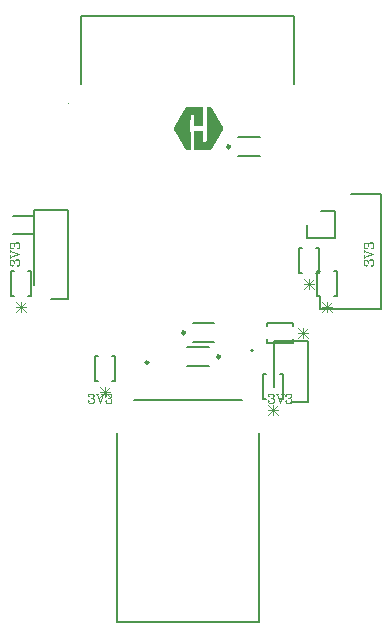
<source format=gbr>
%TF.GenerationSoftware,Altium Limited,Altium Designer,25.8.1 (18)*%
G04 Layer_Color=65535*
%FSLAX45Y45*%
%MOMM*%
%TF.SameCoordinates,DBAD572D-54B9-4E5B-BD18-095DBB1A99D2*%
%TF.FilePolarity,Positive*%
%TF.FileFunction,Legend,Top*%
%TF.Part,Single*%
G01*
G75*
%TA.AperFunction,NonConductor*%
%ADD53C,0.10000*%
%ADD54C,0.25000*%
%ADD55C,0.20000*%
%ADD56C,0.15240*%
%ADD57C,0.07620*%
G36*
X117348Y1250442D02*
Y1248918D01*
Y1247394D01*
Y1245870D01*
Y1244346D01*
Y1242822D01*
Y1241298D01*
Y1239774D01*
Y1238250D01*
Y1236726D01*
Y1235202D01*
Y1233678D01*
Y1232154D01*
Y1230630D01*
Y1229106D01*
Y1227582D01*
Y1226058D01*
Y1224534D01*
Y1223010D01*
Y1221486D01*
Y1219962D01*
Y1218438D01*
Y1216914D01*
Y1215390D01*
Y1213866D01*
Y1212342D01*
Y1210818D01*
Y1209294D01*
Y1207770D01*
Y1206246D01*
Y1204722D01*
Y1203198D01*
Y1201674D01*
Y1200150D01*
Y1198626D01*
Y1197102D01*
Y1195578D01*
Y1194054D01*
Y1192530D01*
Y1191006D01*
Y1189482D01*
Y1187958D01*
Y1186434D01*
Y1184910D01*
Y1183386D01*
Y1181862D01*
Y1180338D01*
Y1178814D01*
Y1177290D01*
Y1175766D01*
Y1174242D01*
Y1172718D01*
Y1171194D01*
Y1169670D01*
Y1168146D01*
Y1166622D01*
Y1165098D01*
Y1163574D01*
Y1162050D01*
Y1160526D01*
Y1159002D01*
Y1157478D01*
Y1155954D01*
Y1154430D01*
Y1152906D01*
Y1151382D01*
Y1149858D01*
Y1148334D01*
Y1146810D01*
Y1145286D01*
Y1143762D01*
Y1142238D01*
Y1140714D01*
Y1139190D01*
Y1137666D01*
Y1136142D01*
Y1134618D01*
Y1133094D01*
Y1131570D01*
Y1130046D01*
Y1128522D01*
Y1126998D01*
Y1125474D01*
Y1123950D01*
Y1122426D01*
Y1120902D01*
Y1119378D01*
Y1117854D01*
Y1116330D01*
Y1114806D01*
Y1113282D01*
Y1111758D01*
Y1110234D01*
Y1108710D01*
Y1107186D01*
Y1105662D01*
Y1104138D01*
Y1102614D01*
Y1101090D01*
Y1099566D01*
Y1098042D01*
Y1096518D01*
Y1094994D01*
Y1093470D01*
Y1091946D01*
Y1090422D01*
Y1088898D01*
Y1087374D01*
Y1085850D01*
X47244D01*
Y1087374D01*
X45720D01*
Y1088898D01*
Y1090422D01*
Y1091946D01*
Y1093470D01*
Y1094994D01*
Y1096518D01*
Y1098042D01*
Y1099566D01*
Y1101090D01*
Y1102614D01*
Y1104138D01*
Y1105662D01*
Y1107186D01*
Y1108710D01*
Y1110234D01*
Y1111758D01*
Y1113282D01*
Y1114806D01*
Y1116330D01*
Y1117854D01*
Y1119378D01*
Y1120902D01*
Y1122426D01*
Y1123950D01*
Y1125474D01*
Y1126998D01*
Y1128522D01*
Y1130046D01*
Y1131570D01*
Y1133094D01*
Y1134618D01*
Y1136142D01*
Y1137666D01*
Y1139190D01*
Y1140714D01*
Y1142238D01*
Y1143762D01*
Y1145286D01*
Y1146810D01*
Y1148334D01*
Y1149858D01*
Y1151382D01*
Y1152906D01*
Y1154430D01*
Y1155954D01*
Y1157478D01*
Y1159002D01*
Y1160526D01*
Y1162050D01*
Y1163574D01*
Y1165098D01*
Y1166622D01*
Y1168146D01*
Y1169670D01*
Y1171194D01*
Y1172718D01*
Y1174242D01*
X44196D01*
Y1175766D01*
Y1177290D01*
X42672D01*
Y1178814D01*
X41148D01*
Y1180338D01*
X39624D01*
Y1181862D01*
X36576D01*
Y1183386D01*
X30480D01*
Y1184910D01*
X28956D01*
Y1183386D01*
X22860D01*
Y1181862D01*
X19812D01*
Y1180338D01*
X18288D01*
Y1178814D01*
X16764D01*
Y1177290D01*
X15240D01*
Y1175766D01*
Y1174242D01*
X13716D01*
Y1172718D01*
Y1171194D01*
Y1169670D01*
Y1168146D01*
Y1166622D01*
Y1165098D01*
Y1163574D01*
Y1162050D01*
Y1160526D01*
Y1159002D01*
Y1157478D01*
Y1155954D01*
Y1154430D01*
Y1152906D01*
Y1151382D01*
Y1149858D01*
Y1148334D01*
Y1146810D01*
Y1145286D01*
Y1143762D01*
Y1142238D01*
Y1140714D01*
Y1139190D01*
Y1137666D01*
Y1136142D01*
X12192D01*
Y1134618D01*
Y1133094D01*
Y1131570D01*
Y1130046D01*
Y1128522D01*
Y1126998D01*
Y1125474D01*
Y1123950D01*
Y1122426D01*
Y1120902D01*
Y1119378D01*
Y1117854D01*
Y1116330D01*
Y1114806D01*
Y1113282D01*
Y1111758D01*
Y1110234D01*
Y1108710D01*
Y1107186D01*
Y1105662D01*
Y1104138D01*
Y1102614D01*
Y1101090D01*
Y1099566D01*
Y1098042D01*
Y1096518D01*
Y1094994D01*
Y1093470D01*
Y1091946D01*
Y1090422D01*
Y1088898D01*
Y1087374D01*
Y1085850D01*
Y1084326D01*
Y1082802D01*
Y1081278D01*
Y1079754D01*
Y1078230D01*
Y1076706D01*
Y1075182D01*
Y1073658D01*
Y1072134D01*
Y1070610D01*
Y1069086D01*
Y1067562D01*
Y1066038D01*
Y1064514D01*
Y1062990D01*
Y1061466D01*
Y1059942D01*
Y1058418D01*
Y1056894D01*
Y1055370D01*
Y1053846D01*
Y1052322D01*
Y1050798D01*
Y1049274D01*
Y1047750D01*
Y1046226D01*
Y1044702D01*
Y1043178D01*
Y1041654D01*
X13716D01*
Y1040130D01*
Y1038606D01*
Y1037082D01*
Y1035558D01*
Y1034034D01*
Y1032510D01*
Y1030986D01*
Y1029462D01*
Y1027938D01*
Y1026414D01*
Y1024890D01*
Y1023366D01*
Y1021842D01*
Y1020318D01*
Y1018794D01*
Y1017270D01*
Y1015746D01*
Y1014222D01*
Y1012698D01*
Y1011174D01*
Y1009650D01*
Y1008126D01*
Y1006602D01*
Y1005078D01*
Y1003554D01*
Y1002030D01*
Y1000506D01*
Y998982D01*
Y997458D01*
Y995934D01*
Y994410D01*
Y992886D01*
Y991362D01*
Y989838D01*
Y988314D01*
Y986790D01*
Y985266D01*
Y983742D01*
Y982218D01*
Y980694D01*
Y979170D01*
Y977646D01*
Y976122D01*
Y974598D01*
Y973074D01*
Y971550D01*
Y970026D01*
Y968502D01*
Y966978D01*
Y965454D01*
Y963930D01*
Y962406D01*
Y960882D01*
Y959358D01*
Y957834D01*
Y956310D01*
Y954786D01*
Y953262D01*
Y951738D01*
Y950214D01*
Y948690D01*
Y947166D01*
Y945642D01*
Y944118D01*
Y942594D01*
Y941070D01*
Y939546D01*
Y938022D01*
Y936498D01*
Y934974D01*
Y933450D01*
Y931926D01*
Y930402D01*
Y928878D01*
Y927354D01*
Y925830D01*
Y924306D01*
Y922782D01*
Y921258D01*
Y919734D01*
Y918210D01*
Y916686D01*
Y915162D01*
Y913638D01*
Y912114D01*
Y910590D01*
Y909066D01*
Y907542D01*
Y906018D01*
Y904494D01*
Y902970D01*
Y901446D01*
Y899922D01*
Y898398D01*
Y896874D01*
Y895350D01*
Y893826D01*
Y892302D01*
Y890778D01*
Y889254D01*
Y887730D01*
Y886206D01*
Y884682D01*
X12192D01*
Y883158D01*
X-13716D01*
Y884682D01*
X-19812D01*
Y886206D01*
X-22860D01*
Y887730D01*
X-24384D01*
Y889254D01*
X-25908D01*
Y890778D01*
X-28956D01*
Y892302D01*
Y893826D01*
X-30480D01*
Y895350D01*
X-32004D01*
Y896874D01*
Y898398D01*
X-33528D01*
Y899922D01*
X-35052D01*
Y901446D01*
Y902970D01*
X-36576D01*
Y904494D01*
Y906018D01*
X-38100D01*
Y907542D01*
Y909066D01*
X-39624D01*
Y910590D01*
X-41148D01*
Y912114D01*
Y913638D01*
X-42672D01*
Y915162D01*
Y916686D01*
X-44196D01*
Y918210D01*
X-45720D01*
Y919734D01*
Y921258D01*
X-47244D01*
Y922782D01*
Y924306D01*
X-48768D01*
Y925830D01*
Y927354D01*
X-50292D01*
Y928878D01*
X-51816D01*
Y930402D01*
Y931926D01*
X-53340D01*
Y933450D01*
Y934974D01*
X-54864D01*
Y936498D01*
Y938022D01*
X-56388D01*
Y939546D01*
X-57912D01*
Y941070D01*
Y942594D01*
X-59436D01*
Y944118D01*
Y945642D01*
X-60960D01*
Y947166D01*
Y948690D01*
X-62484D01*
Y950214D01*
X-64008D01*
Y951738D01*
Y953262D01*
X-65532D01*
Y954786D01*
Y956310D01*
X-67056D01*
Y957834D01*
X-68580D01*
Y959358D01*
Y960882D01*
X-70104D01*
Y962406D01*
Y963930D01*
X-71628D01*
Y965454D01*
Y966978D01*
X-73152D01*
Y968502D01*
X-74676D01*
Y970026D01*
Y971550D01*
X-76200D01*
Y973074D01*
Y974598D01*
X-77724D01*
Y976122D01*
Y977646D01*
X-79248D01*
Y979170D01*
X-80772D01*
Y980694D01*
Y982218D01*
X-82296D01*
Y983742D01*
Y985266D01*
X-83820D01*
Y986790D01*
Y988314D01*
X-85344D01*
Y989838D01*
X-86868D01*
Y991362D01*
Y992886D01*
X-88392D01*
Y994410D01*
Y995934D01*
X-89916D01*
Y997458D01*
Y998982D01*
X-91440D01*
Y1000506D01*
X-92964D01*
Y1002030D01*
Y1003554D01*
X-94488D01*
Y1005078D01*
Y1006602D01*
X-96012D01*
Y1008126D01*
Y1009650D01*
X-97536D01*
Y1011174D01*
X-99060D01*
Y1012698D01*
Y1014222D01*
X-100584D01*
Y1015746D01*
Y1017270D01*
X-102108D01*
Y1018794D01*
X-103632D01*
Y1020318D01*
Y1021842D01*
X-105156D01*
Y1023366D01*
Y1024890D01*
X-106680D01*
Y1026414D01*
Y1027938D01*
X-108204D01*
Y1029462D01*
X-109728D01*
Y1030986D01*
Y1032510D01*
X-111252D01*
Y1034034D01*
Y1035558D01*
X-112776D01*
Y1037082D01*
Y1038606D01*
X-114300D01*
Y1040130D01*
X-115824D01*
Y1041654D01*
Y1043178D01*
X-117348D01*
Y1044702D01*
Y1046226D01*
X-118872D01*
Y1047750D01*
Y1049274D01*
X-120396D01*
Y1050798D01*
X-121920D01*
Y1052322D01*
Y1053846D01*
X-123444D01*
Y1055370D01*
Y1056894D01*
X-124968D01*
Y1058418D01*
Y1059942D01*
X-126492D01*
Y1061466D01*
Y1062990D01*
Y1064514D01*
Y1066038D01*
Y1067562D01*
Y1069086D01*
Y1070610D01*
Y1072134D01*
Y1073658D01*
Y1075182D01*
X-124968D01*
Y1076706D01*
Y1078230D01*
Y1079754D01*
X-123444D01*
Y1081278D01*
Y1082802D01*
X-121920D01*
Y1084326D01*
X-120396D01*
Y1085850D01*
Y1087374D01*
X-118872D01*
Y1088898D01*
Y1090422D01*
X-117348D01*
Y1091946D01*
Y1093470D01*
X-115824D01*
Y1094994D01*
X-114300D01*
Y1096518D01*
Y1098042D01*
X-112776D01*
Y1099566D01*
Y1101090D01*
X-111252D01*
Y1102614D01*
X-109728D01*
Y1104138D01*
Y1105662D01*
X-108204D01*
Y1107186D01*
Y1108710D01*
X-106680D01*
Y1110234D01*
Y1111758D01*
X-105156D01*
Y1113282D01*
X-103632D01*
Y1114806D01*
Y1116330D01*
X-102108D01*
Y1117854D01*
Y1119378D01*
X-100584D01*
Y1120902D01*
Y1122426D01*
X-99060D01*
Y1123950D01*
X-97536D01*
Y1125474D01*
Y1126998D01*
X-96012D01*
Y1128522D01*
X-94488D01*
Y1130046D01*
Y1131570D01*
X-92964D01*
Y1133094D01*
Y1134618D01*
X-91440D01*
Y1136142D01*
Y1137666D01*
X-89916D01*
Y1139190D01*
X-88392D01*
Y1140714D01*
Y1142238D01*
X-86868D01*
Y1143762D01*
Y1145286D01*
X-85344D01*
Y1146810D01*
Y1148334D01*
X-83820D01*
Y1149858D01*
X-82296D01*
Y1151382D01*
Y1152906D01*
X-80772D01*
Y1154430D01*
Y1155954D01*
X-79248D01*
Y1157478D01*
Y1159002D01*
X-77724D01*
Y1160526D01*
X-76200D01*
Y1162050D01*
Y1163574D01*
X-74676D01*
Y1165098D01*
Y1166622D01*
X-73152D01*
Y1168146D01*
X-71628D01*
Y1169670D01*
Y1171194D01*
X-70104D01*
Y1172718D01*
Y1174242D01*
X-68580D01*
Y1175766D01*
Y1177290D01*
X-67056D01*
Y1178814D01*
X-65532D01*
Y1180338D01*
Y1181862D01*
X-64008D01*
Y1183386D01*
Y1184910D01*
X-62484D01*
Y1186434D01*
Y1187958D01*
X-60960D01*
Y1189482D01*
X-59436D01*
Y1191006D01*
Y1192530D01*
X-57912D01*
Y1194054D01*
Y1195578D01*
X-56388D01*
Y1197102D01*
Y1198626D01*
X-54864D01*
Y1200150D01*
X-53340D01*
Y1201674D01*
Y1203198D01*
X-51816D01*
Y1204722D01*
Y1206246D01*
X-50292D01*
Y1207770D01*
X-48768D01*
Y1209294D01*
Y1210818D01*
X-47244D01*
Y1212342D01*
Y1213866D01*
X-45720D01*
Y1215390D01*
Y1216914D01*
X-44196D01*
Y1218438D01*
X-42672D01*
Y1219962D01*
Y1221486D01*
X-41148D01*
Y1223010D01*
Y1224534D01*
X-39624D01*
Y1226058D01*
Y1227582D01*
X-38100D01*
Y1229106D01*
X-36576D01*
Y1230630D01*
Y1232154D01*
X-35052D01*
Y1233678D01*
Y1235202D01*
X-33528D01*
Y1236726D01*
Y1238250D01*
X-32004D01*
Y1239774D01*
X-30480D01*
Y1241298D01*
Y1242822D01*
X-28956D01*
Y1244346D01*
X-27432D01*
Y1245870D01*
X-25908D01*
Y1247394D01*
X-22860D01*
Y1248918D01*
X-19812D01*
Y1250442D01*
X-16764D01*
Y1251966D01*
X117348D01*
Y1250442D01*
D02*
G37*
G36*
X179832D02*
X184404D01*
Y1248918D01*
X187452D01*
Y1247394D01*
X188976D01*
Y1245870D01*
X190500D01*
Y1244346D01*
X192024D01*
Y1242822D01*
X193548D01*
Y1241298D01*
X195072D01*
Y1239774D01*
X196596D01*
Y1238250D01*
Y1236726D01*
X198120D01*
Y1235202D01*
Y1233678D01*
X199644D01*
Y1232154D01*
Y1230630D01*
X201168D01*
Y1229106D01*
X202692D01*
Y1227582D01*
Y1226058D01*
X204216D01*
Y1224534D01*
Y1223010D01*
X205740D01*
Y1221486D01*
X207264D01*
Y1219962D01*
Y1218438D01*
X208788D01*
Y1216914D01*
Y1215390D01*
X210312D01*
Y1213866D01*
Y1212342D01*
X211836D01*
Y1210818D01*
X213360D01*
Y1209294D01*
Y1207770D01*
X214884D01*
Y1206246D01*
Y1204722D01*
X216408D01*
Y1203198D01*
Y1201674D01*
X217932D01*
Y1200150D01*
X219456D01*
Y1198626D01*
Y1197102D01*
X220980D01*
Y1195578D01*
Y1194054D01*
X222504D01*
Y1192530D01*
Y1191006D01*
X224028D01*
Y1189482D01*
X225552D01*
Y1187958D01*
Y1186434D01*
X227076D01*
Y1184910D01*
Y1183386D01*
X228600D01*
Y1181862D01*
X230124D01*
Y1180338D01*
Y1178814D01*
X231648D01*
Y1177290D01*
Y1175766D01*
X233172D01*
Y1174242D01*
Y1172718D01*
X234696D01*
Y1171194D01*
X236220D01*
Y1169670D01*
Y1168146D01*
X237744D01*
Y1166622D01*
Y1165098D01*
X239268D01*
Y1163574D01*
Y1162050D01*
X240792D01*
Y1160526D01*
X242316D01*
Y1159002D01*
Y1157478D01*
X243840D01*
Y1155954D01*
Y1154430D01*
X245364D01*
Y1152906D01*
Y1151382D01*
X246888D01*
Y1149858D01*
X248412D01*
Y1148334D01*
Y1146810D01*
X249936D01*
Y1145286D01*
Y1143762D01*
X251460D01*
Y1142238D01*
X252984D01*
Y1140714D01*
Y1139190D01*
X254508D01*
Y1137666D01*
Y1136142D01*
X256032D01*
Y1134618D01*
Y1133094D01*
X257556D01*
Y1131570D01*
X259080D01*
Y1130046D01*
Y1128522D01*
X260604D01*
Y1126998D01*
Y1125474D01*
X262128D01*
Y1123950D01*
Y1122426D01*
X263652D01*
Y1120902D01*
X265176D01*
Y1119378D01*
Y1117854D01*
X266700D01*
Y1116330D01*
Y1114806D01*
X268224D01*
Y1113282D01*
Y1111758D01*
X269748D01*
Y1110234D01*
X271272D01*
Y1108710D01*
Y1107186D01*
X272796D01*
Y1105662D01*
Y1104138D01*
X274320D01*
Y1102614D01*
X275844D01*
Y1101090D01*
Y1099566D01*
X277368D01*
Y1098042D01*
Y1096518D01*
X278892D01*
Y1094994D01*
Y1093470D01*
X280416D01*
Y1091946D01*
X281940D01*
Y1090422D01*
Y1088898D01*
X283464D01*
Y1087374D01*
Y1085850D01*
X284988D01*
Y1084326D01*
Y1082802D01*
X286512D01*
Y1081278D01*
X288036D01*
Y1079754D01*
Y1078230D01*
X289560D01*
Y1076706D01*
Y1075182D01*
Y1073658D01*
Y1072134D01*
X291084D01*
Y1070610D01*
Y1069086D01*
Y1067562D01*
Y1066038D01*
Y1064514D01*
X289560D01*
Y1062990D01*
Y1061466D01*
Y1059942D01*
Y1058418D01*
X288036D01*
Y1056894D01*
Y1055370D01*
X286512D01*
Y1053846D01*
Y1052322D01*
X284988D01*
Y1050798D01*
Y1049274D01*
X283464D01*
Y1047750D01*
X281940D01*
Y1046226D01*
Y1044702D01*
X280416D01*
Y1043178D01*
Y1041654D01*
X278892D01*
Y1040130D01*
X277368D01*
Y1038606D01*
Y1037082D01*
X275844D01*
Y1035558D01*
Y1034034D01*
X274320D01*
Y1032510D01*
Y1030986D01*
X272796D01*
Y1029462D01*
X271272D01*
Y1027938D01*
Y1026414D01*
X269748D01*
Y1024890D01*
Y1023366D01*
X268224D01*
Y1021842D01*
Y1020318D01*
X266700D01*
Y1018794D01*
X265176D01*
Y1017270D01*
Y1015746D01*
X263652D01*
Y1014222D01*
Y1012698D01*
X262128D01*
Y1011174D01*
X260604D01*
Y1009650D01*
Y1008126D01*
X259080D01*
Y1006602D01*
Y1005078D01*
X257556D01*
Y1003554D01*
Y1002030D01*
X256032D01*
Y1000506D01*
X254508D01*
Y998982D01*
Y997458D01*
X252984D01*
Y995934D01*
Y994410D01*
X251460D01*
Y992886D01*
Y991362D01*
X249936D01*
Y989838D01*
X248412D01*
Y988314D01*
Y986790D01*
X246888D01*
Y985266D01*
Y983742D01*
X245364D01*
Y982218D01*
X243840D01*
Y980694D01*
Y979170D01*
X242316D01*
Y977646D01*
Y976122D01*
X240792D01*
Y974598D01*
Y973074D01*
X239268D01*
Y971550D01*
X237744D01*
Y970026D01*
Y968502D01*
X236220D01*
Y966978D01*
Y965454D01*
X234696D01*
Y963930D01*
Y962406D01*
X233172D01*
Y960882D01*
Y959358D01*
X231648D01*
Y957834D01*
Y956310D01*
X230124D01*
Y954786D01*
X228600D01*
Y953262D01*
Y951738D01*
X227076D01*
Y950214D01*
Y948690D01*
X225552D01*
Y947166D01*
X224028D01*
Y945642D01*
Y944118D01*
X222504D01*
Y942594D01*
Y941070D01*
X220980D01*
Y939546D01*
Y938022D01*
X219456D01*
Y936498D01*
X217932D01*
Y934974D01*
Y933450D01*
X216408D01*
Y931926D01*
Y930402D01*
X214884D01*
Y928878D01*
Y927354D01*
X213360D01*
Y925830D01*
X211836D01*
Y924306D01*
Y922782D01*
X210312D01*
Y921258D01*
Y919734D01*
X208788D01*
Y918210D01*
Y916686D01*
X207264D01*
Y915162D01*
X205740D01*
Y913638D01*
Y912114D01*
X204216D01*
Y910590D01*
Y909066D01*
X202692D01*
Y907542D01*
Y906018D01*
X201168D01*
Y904494D01*
X199644D01*
Y902970D01*
Y901446D01*
X198120D01*
Y899922D01*
Y898398D01*
X196596D01*
Y896874D01*
X195072D01*
Y895350D01*
Y893826D01*
X193548D01*
Y892302D01*
X192024D01*
Y890778D01*
X190500D01*
Y889254D01*
X188976D01*
Y887730D01*
X185928D01*
Y886206D01*
X182880D01*
Y884682D01*
X178308D01*
Y883158D01*
X47244D01*
Y884682D01*
X45720D01*
Y886206D01*
Y887730D01*
Y889254D01*
Y890778D01*
Y892302D01*
Y893826D01*
Y895350D01*
Y896874D01*
Y898398D01*
Y899922D01*
Y901446D01*
Y902970D01*
Y904494D01*
Y906018D01*
Y907542D01*
Y909066D01*
Y910590D01*
Y912114D01*
Y913638D01*
Y915162D01*
Y916686D01*
Y918210D01*
Y919734D01*
Y921258D01*
Y922782D01*
Y924306D01*
Y925830D01*
Y927354D01*
Y928878D01*
Y930402D01*
Y931926D01*
Y933450D01*
Y934974D01*
Y936498D01*
Y938022D01*
Y939546D01*
Y941070D01*
Y942594D01*
Y944118D01*
Y945642D01*
Y947166D01*
Y948690D01*
Y950214D01*
Y951738D01*
Y953262D01*
Y954786D01*
Y956310D01*
Y957834D01*
Y959358D01*
Y960882D01*
Y962406D01*
Y963930D01*
Y965454D01*
Y966978D01*
Y968502D01*
Y970026D01*
Y971550D01*
Y973074D01*
Y974598D01*
Y976122D01*
Y977646D01*
Y979170D01*
Y980694D01*
Y982218D01*
Y983742D01*
Y985266D01*
Y986790D01*
Y988314D01*
Y989838D01*
Y991362D01*
Y992886D01*
Y994410D01*
Y995934D01*
Y997458D01*
Y998982D01*
Y1000506D01*
Y1002030D01*
Y1003554D01*
Y1005078D01*
Y1006602D01*
Y1008126D01*
Y1009650D01*
Y1011174D01*
Y1012698D01*
Y1014222D01*
Y1015746D01*
Y1017270D01*
Y1018794D01*
Y1020318D01*
Y1021842D01*
Y1023366D01*
Y1024890D01*
Y1026414D01*
Y1027938D01*
Y1029462D01*
Y1030986D01*
Y1032510D01*
Y1034034D01*
Y1035558D01*
Y1037082D01*
Y1038606D01*
Y1040130D01*
Y1041654D01*
Y1043178D01*
Y1044702D01*
Y1046226D01*
Y1047750D01*
Y1049274D01*
X47244D01*
Y1050798D01*
X117348D01*
Y1049274D01*
Y1047750D01*
Y1046226D01*
Y1044702D01*
Y1043178D01*
Y1041654D01*
Y1040130D01*
Y1038606D01*
Y1037082D01*
Y1035558D01*
Y1034034D01*
Y1032510D01*
Y1030986D01*
Y1029462D01*
Y1027938D01*
Y1026414D01*
Y1024890D01*
Y1023366D01*
Y1021842D01*
Y1020318D01*
Y1018794D01*
Y1017270D01*
Y1015746D01*
Y1014222D01*
Y1012698D01*
Y1011174D01*
Y1009650D01*
Y1008126D01*
Y1006602D01*
Y1005078D01*
Y1003554D01*
Y1002030D01*
Y1000506D01*
Y998982D01*
Y997458D01*
Y995934D01*
Y994410D01*
Y992886D01*
Y991362D01*
Y989838D01*
X118872D01*
Y988314D01*
Y986790D01*
Y985266D01*
Y983742D01*
Y982218D01*
Y980694D01*
Y979170D01*
Y977646D01*
Y976122D01*
Y974598D01*
Y973074D01*
Y971550D01*
Y970026D01*
Y968502D01*
Y966978D01*
Y965454D01*
Y963930D01*
Y962406D01*
Y960882D01*
X120396D01*
Y959358D01*
X121920D01*
Y957834D01*
Y956310D01*
X124968D01*
Y954786D01*
X126492D01*
Y953262D01*
X131064D01*
Y951738D01*
X138684D01*
Y953262D01*
X141732D01*
Y954786D01*
X144780D01*
Y956310D01*
X146304D01*
Y957834D01*
X147828D01*
Y959358D01*
X149352D01*
Y960882D01*
Y962406D01*
Y963930D01*
X150876D01*
Y965454D01*
Y966978D01*
Y968502D01*
Y970026D01*
Y971550D01*
Y973074D01*
Y974598D01*
Y976122D01*
Y977646D01*
Y979170D01*
Y980694D01*
Y982218D01*
Y983742D01*
Y985266D01*
Y986790D01*
Y988314D01*
Y989838D01*
Y991362D01*
Y992886D01*
Y994410D01*
Y995934D01*
Y997458D01*
Y998982D01*
Y1000506D01*
Y1002030D01*
Y1003554D01*
Y1005078D01*
Y1006602D01*
Y1008126D01*
Y1009650D01*
Y1011174D01*
Y1012698D01*
Y1014222D01*
Y1015746D01*
Y1017270D01*
Y1018794D01*
Y1020318D01*
Y1021842D01*
Y1023366D01*
Y1024890D01*
Y1026414D01*
Y1027938D01*
Y1029462D01*
Y1030986D01*
Y1032510D01*
Y1034034D01*
Y1035558D01*
Y1037082D01*
Y1038606D01*
Y1040130D01*
Y1041654D01*
Y1043178D01*
Y1044702D01*
Y1046226D01*
Y1047750D01*
Y1049274D01*
Y1050798D01*
Y1052322D01*
Y1053846D01*
Y1055370D01*
Y1056894D01*
Y1058418D01*
Y1059942D01*
Y1061466D01*
Y1062990D01*
Y1064514D01*
Y1066038D01*
Y1067562D01*
Y1069086D01*
Y1070610D01*
Y1072134D01*
Y1073658D01*
Y1075182D01*
Y1076706D01*
Y1078230D01*
Y1079754D01*
Y1081278D01*
Y1082802D01*
Y1084326D01*
Y1085850D01*
Y1087374D01*
Y1088898D01*
Y1090422D01*
Y1091946D01*
Y1093470D01*
Y1094994D01*
Y1096518D01*
Y1098042D01*
Y1099566D01*
Y1101090D01*
Y1102614D01*
Y1104138D01*
Y1105662D01*
Y1107186D01*
Y1108710D01*
Y1110234D01*
Y1111758D01*
Y1113282D01*
Y1114806D01*
Y1116330D01*
Y1117854D01*
Y1119378D01*
Y1120902D01*
Y1122426D01*
Y1123950D01*
Y1125474D01*
Y1126998D01*
Y1128522D01*
Y1130046D01*
Y1131570D01*
Y1133094D01*
Y1134618D01*
Y1136142D01*
Y1137666D01*
Y1139190D01*
Y1140714D01*
Y1142238D01*
Y1143762D01*
Y1145286D01*
Y1146810D01*
Y1148334D01*
Y1149858D01*
Y1151382D01*
Y1152906D01*
Y1154430D01*
Y1155954D01*
Y1157478D01*
Y1159002D01*
Y1160526D01*
Y1162050D01*
Y1163574D01*
Y1165098D01*
Y1166622D01*
Y1168146D01*
Y1169670D01*
Y1171194D01*
Y1172718D01*
Y1174242D01*
Y1175766D01*
Y1177290D01*
Y1178814D01*
Y1180338D01*
Y1181862D01*
Y1183386D01*
Y1184910D01*
Y1186434D01*
Y1187958D01*
Y1189482D01*
Y1191006D01*
Y1192530D01*
Y1194054D01*
Y1195578D01*
Y1197102D01*
Y1198626D01*
Y1200150D01*
Y1201674D01*
Y1203198D01*
Y1204722D01*
Y1206246D01*
Y1207770D01*
Y1209294D01*
Y1210818D01*
Y1212342D01*
Y1213866D01*
Y1215390D01*
Y1216914D01*
Y1218438D01*
Y1219962D01*
Y1221486D01*
Y1223010D01*
Y1224534D01*
Y1226058D01*
Y1227582D01*
Y1229106D01*
Y1230630D01*
Y1232154D01*
Y1233678D01*
Y1235202D01*
Y1236726D01*
Y1238250D01*
Y1239774D01*
Y1241298D01*
Y1242822D01*
Y1244346D01*
Y1245870D01*
Y1247394D01*
Y1248918D01*
Y1250442D01*
Y1251966D01*
X179832D01*
Y1250442D01*
D02*
G37*
D53*
X-1011400Y1284000D02*
G03*
X-1021400Y1284000I-5000J0D01*
G01*
D02*
G03*
X-1011400Y1284000I5000J0D01*
G01*
D54*
X-343100Y-911800D02*
G03*
X-343100Y-911800I-12500J0D01*
G01*
X262397Y-863602D02*
G03*
X262397Y-863602I-12500J0D01*
G01*
X-34197Y-660398D02*
G03*
X-34197Y-660398I-12500J0D01*
G01*
X348000Y914400D02*
G03*
X348000Y914400I-12500J0D01*
G01*
D55*
X534696Y-822802D02*
G03*
X534696Y-802802I0J10000D01*
G01*
D02*
G03*
X534696Y-822802I0J-10000D01*
G01*
X-1485699Y331499D02*
X-1310698D01*
X-1487964Y175299D02*
X-1312968D01*
X-911399Y1443999D02*
Y2018999D01*
X888602D01*
Y1443999D02*
Y2018999D01*
X1371600Y512704D02*
X1630604D01*
Y-461797D02*
Y512704D01*
X1112601Y-461797D02*
X1630604D01*
X1112601D02*
Y-355600D01*
X721099Y-1117602D02*
Y-731598D01*
X1006102D01*
Y-1249600D02*
Y-731598D01*
X863598Y-1249600D02*
X1006102D01*
X-605599Y-3106797D02*
X594399D01*
X-463298Y-1226801D02*
X452098D01*
X594399Y-3106797D02*
Y-1512800D01*
X-605599Y-3106797D02*
Y-1512800D01*
X-12605Y-783602D02*
X167399D01*
X-12605Y-943601D02*
X167399D01*
X35797Y-740401D02*
X215802D01*
X35797Y-580402D02*
X215802D01*
X-1168402Y-375200D02*
X-1025898D01*
Y375299D01*
X-1310901D02*
X-1025898D01*
X-1310901Y-254002D02*
Y375299D01*
X996401Y137003D02*
Y254000D01*
Y137003D02*
X1238900D01*
Y371003D01*
X1117600D02*
X1238900D01*
X417996Y834399D02*
X598001D01*
X417996Y994398D02*
X598001D01*
D56*
X626108Y-1009652D02*
X655064D01*
X767332Y-1225552D02*
X796288D01*
X626108D02*
X655064D01*
X626108D02*
Y-1009652D01*
X767332D02*
X796288D01*
Y-1225552D02*
Y-1009652D01*
X930905Y57145D02*
X959861D01*
X1072129Y-158755D02*
X1101085D01*
X930905D02*
X959861D01*
X930905D02*
Y57145D01*
X1072129D02*
X1101085D01*
Y-158755D02*
Y57145D01*
X-796294Y-857253D02*
X-767338D01*
X-655070Y-1073153D02*
X-626114D01*
X-796294D02*
X-767338D01*
X-796294D02*
Y-857253D01*
X-655070D02*
X-626114D01*
Y-1073153D02*
Y-857253D01*
X-1507492Y-135892D02*
X-1478536D01*
X-1366268Y-351792D02*
X-1337312D01*
X-1507492D02*
X-1478536D01*
X-1507492D02*
Y-135892D01*
X-1366268D02*
X-1337312D01*
Y-351792D02*
Y-135892D01*
X664210Y-745490D02*
Y-716534D01*
X880110Y-604266D02*
Y-575310D01*
Y-745490D02*
Y-716534D01*
X664210Y-745490D02*
X880110D01*
X664210Y-604266D02*
Y-575310D01*
X880110D01*
X1083308Y-135892D02*
X1112264D01*
X1224532Y-351792D02*
X1253488D01*
X1083308D02*
X1112264D01*
X1083308D02*
Y-135892D01*
X1224532D02*
X1253488D01*
Y-351792D02*
Y-135892D01*
D57*
X668901Y-1357630D02*
X753540Y-1272991D01*
Y-1357630D02*
X668901Y-1272991D01*
X711221Y-1357630D02*
Y-1272991D01*
X753540Y-1315310D02*
X668901D01*
X973701Y-290830D02*
X1058340Y-206191D01*
Y-290830D02*
X973701Y-206191D01*
X1016021Y-290830D02*
Y-206191D01*
X1058340Y-248510D02*
X973701D01*
X-753499Y-1205230D02*
X-668860Y-1120591D01*
Y-1205230D02*
X-753499Y-1120591D01*
X-711179Y-1205230D02*
Y-1120591D01*
X-668860Y-1162910D02*
X-753499D01*
X-1464697Y-483868D02*
X-1380058Y-399229D01*
Y-483868D02*
X-1464697Y-399229D01*
X-1422378Y-483868D02*
Y-399229D01*
X-1380058Y-441549D02*
X-1464697D01*
X1012188Y-702696D02*
X927549Y-618057D01*
X1012188D02*
X927549Y-702696D01*
X1012188Y-660376D02*
X927549D01*
X969869Y-618057D02*
Y-702696D01*
X1126103Y-483868D02*
X1210742Y-399229D01*
Y-483868D02*
X1126103Y-399229D01*
X1168422Y-483868D02*
Y-399229D01*
X1210742Y-441549D02*
X1126103D01*
X-852110Y-1191499D02*
X-848241Y-1195368D01*
X-852110Y-1199238D01*
X-855980Y-1195368D01*
Y-1191499D01*
X-852110Y-1183759D01*
X-848241Y-1179889D01*
X-836632Y-1176020D01*
X-821153D01*
X-809544Y-1179889D01*
X-805675Y-1187629D01*
Y-1199238D01*
X-809544Y-1206977D01*
X-821153Y-1210847D01*
X-832762D01*
X-821153Y-1176020D02*
X-813414Y-1179889D01*
X-809544Y-1187629D01*
Y-1199238D01*
X-813414Y-1206977D01*
X-821153Y-1210847D01*
X-813414Y-1214716D01*
X-805675Y-1222456D01*
X-801805Y-1230195D01*
Y-1241804D01*
X-805675Y-1249543D01*
X-809544Y-1253413D01*
X-821153Y-1257282D01*
X-836632D01*
X-848241Y-1253413D01*
X-852110Y-1249543D01*
X-855980Y-1241804D01*
Y-1237934D01*
X-852110Y-1234065D01*
X-848241Y-1237934D01*
X-852110Y-1241804D01*
X-809544Y-1218586D02*
X-805675Y-1230195D01*
Y-1241804D01*
X-809544Y-1249543D01*
X-813414Y-1253413D01*
X-821153Y-1257282D01*
X-782070Y-1176020D02*
X-754982Y-1257282D01*
X-778200Y-1176020D02*
X-754982Y-1245674D01*
X-727895Y-1176020D02*
X-754982Y-1257282D01*
X-789809Y-1176020D02*
X-766591D01*
X-743373D02*
X-720155D01*
X-705838Y-1191499D02*
X-701968Y-1195368D01*
X-705838Y-1199238D01*
X-709707Y-1195368D01*
Y-1191499D01*
X-705838Y-1183759D01*
X-701968Y-1179889D01*
X-690359Y-1176020D01*
X-674881D01*
X-663271Y-1179889D01*
X-659402Y-1187629D01*
Y-1199238D01*
X-663271Y-1206977D01*
X-674881Y-1210847D01*
X-686489D01*
X-674881Y-1176020D02*
X-667141Y-1179889D01*
X-663271Y-1187629D01*
Y-1199238D01*
X-667141Y-1206977D01*
X-674881Y-1210847D01*
X-667141Y-1214716D01*
X-659402Y-1222456D01*
X-655532Y-1230195D01*
Y-1241804D01*
X-659402Y-1249543D01*
X-663271Y-1253413D01*
X-674881Y-1257282D01*
X-690359D01*
X-701968Y-1253413D01*
X-705838Y-1249543D01*
X-709707Y-1241804D01*
Y-1237934D01*
X-705838Y-1234065D01*
X-701968Y-1237934D01*
X-705838Y-1241804D01*
X-663271Y-1218586D02*
X-659402Y-1230195D01*
Y-1241804D01*
X-663271Y-1249543D01*
X-667141Y-1253413D01*
X-674881Y-1257282D01*
X671890Y-1191499D02*
X675759Y-1195368D01*
X671890Y-1199238D01*
X668020Y-1195368D01*
Y-1191499D01*
X671890Y-1183759D01*
X675759Y-1179889D01*
X687368Y-1176020D01*
X702847D01*
X714456Y-1179889D01*
X718325Y-1187629D01*
Y-1199238D01*
X714456Y-1206977D01*
X702847Y-1210847D01*
X691238D01*
X702847Y-1176020D02*
X710586Y-1179889D01*
X714456Y-1187629D01*
Y-1199238D01*
X710586Y-1206977D01*
X702847Y-1210847D01*
X710586Y-1214716D01*
X718325Y-1222456D01*
X722195Y-1230195D01*
Y-1241804D01*
X718325Y-1249543D01*
X714456Y-1253413D01*
X702847Y-1257282D01*
X687368D01*
X675759Y-1253413D01*
X671890Y-1249543D01*
X668020Y-1241804D01*
Y-1237934D01*
X671890Y-1234065D01*
X675759Y-1237934D01*
X671890Y-1241804D01*
X714456Y-1218586D02*
X718325Y-1230195D01*
Y-1241804D01*
X714456Y-1249543D01*
X710586Y-1253413D01*
X702847Y-1257282D01*
X741930Y-1176020D02*
X769018Y-1257282D01*
X745800Y-1176020D02*
X769018Y-1245674D01*
X796105Y-1176020D02*
X769018Y-1257282D01*
X734191Y-1176020D02*
X757409D01*
X780627D02*
X803845D01*
X818162Y-1191499D02*
X822032Y-1195368D01*
X818162Y-1199238D01*
X814293Y-1195368D01*
Y-1191499D01*
X818162Y-1183759D01*
X822032Y-1179889D01*
X833641Y-1176020D01*
X849119D01*
X860729Y-1179889D01*
X864598Y-1187629D01*
Y-1199238D01*
X860729Y-1206977D01*
X849119Y-1210847D01*
X837511D01*
X849119Y-1176020D02*
X856859Y-1179889D01*
X860729Y-1187629D01*
Y-1199238D01*
X856859Y-1206977D01*
X849119Y-1210847D01*
X856859Y-1214716D01*
X864598Y-1222456D01*
X868468Y-1230195D01*
Y-1241804D01*
X864598Y-1249543D01*
X860729Y-1253413D01*
X849119Y-1257282D01*
X833641D01*
X822032Y-1253413D01*
X818162Y-1249543D01*
X814293Y-1241804D01*
Y-1237934D01*
X818162Y-1234065D01*
X822032Y-1237934D01*
X818162Y-1241804D01*
X860729Y-1218586D02*
X864598Y-1230195D01*
Y-1241804D01*
X860729Y-1249543D01*
X856859Y-1253413D01*
X849119Y-1257282D01*
X-1500901Y-90110D02*
X-1497032Y-86241D01*
X-1493162Y-90110D01*
X-1497032Y-93980D01*
X-1500901D01*
X-1508641Y-90110D01*
X-1512511Y-86241D01*
X-1516380Y-74632D01*
Y-59153D01*
X-1512511Y-47544D01*
X-1504771Y-43675D01*
X-1493162D01*
X-1485423Y-47544D01*
X-1481553Y-59153D01*
Y-70762D01*
X-1516380Y-59153D02*
X-1512511Y-51414D01*
X-1504771Y-47544D01*
X-1493162D01*
X-1485423Y-51414D01*
X-1481553Y-59153D01*
X-1477684Y-51414D01*
X-1469944Y-43675D01*
X-1462205Y-39805D01*
X-1450596D01*
X-1442857Y-43675D01*
X-1438987Y-47544D01*
X-1435118Y-59153D01*
Y-74632D01*
X-1438987Y-86241D01*
X-1442857Y-90110D01*
X-1450596Y-93980D01*
X-1454466D01*
X-1458335Y-90110D01*
X-1454466Y-86241D01*
X-1450596Y-90110D01*
X-1473814Y-47544D02*
X-1462205Y-43675D01*
X-1450596D01*
X-1442857Y-47544D01*
X-1438987Y-51414D01*
X-1435118Y-59153D01*
X-1516380Y-20070D02*
X-1435118Y7018D01*
X-1516380Y-16200D02*
X-1446726Y7018D01*
X-1516380Y34105D02*
X-1435118Y7018D01*
X-1516380Y-27809D02*
Y-4591D01*
Y18627D02*
Y41845D01*
X-1500901Y56162D02*
X-1497032Y60032D01*
X-1493162Y56162D01*
X-1497032Y52293D01*
X-1500901D01*
X-1508641Y56162D01*
X-1512511Y60032D01*
X-1516380Y71641D01*
Y87119D01*
X-1512511Y98729D01*
X-1504771Y102598D01*
X-1493162D01*
X-1485423Y98729D01*
X-1481553Y87119D01*
Y75511D01*
X-1516380Y87119D02*
X-1512511Y94859D01*
X-1504771Y98729D01*
X-1493162D01*
X-1485423Y94859D01*
X-1481553Y87119D01*
X-1477684Y94859D01*
X-1469944Y102598D01*
X-1462205Y106468D01*
X-1450596D01*
X-1442857Y102598D01*
X-1438987Y98729D01*
X-1435118Y87119D01*
Y71641D01*
X-1438987Y60032D01*
X-1442857Y56162D01*
X-1450596Y52293D01*
X-1454466D01*
X-1458335Y56162D01*
X-1454466Y60032D01*
X-1450596Y56162D01*
X-1473814Y98729D02*
X-1462205Y102598D01*
X-1450596D01*
X-1442857Y98729D01*
X-1438987Y94859D01*
X-1435118Y87119D01*
X1496299Y-90110D02*
X1500168Y-86241D01*
X1504038Y-90110D01*
X1500168Y-93980D01*
X1496299D01*
X1488559Y-90110D01*
X1484689Y-86241D01*
X1480820Y-74632D01*
Y-59153D01*
X1484689Y-47544D01*
X1492429Y-43675D01*
X1504038D01*
X1511777Y-47544D01*
X1515647Y-59153D01*
Y-70762D01*
X1480820Y-59153D02*
X1484689Y-51414D01*
X1492429Y-47544D01*
X1504038D01*
X1511777Y-51414D01*
X1515647Y-59153D01*
X1519516Y-51414D01*
X1527256Y-43675D01*
X1534995Y-39805D01*
X1546604D01*
X1554343Y-43675D01*
X1558213Y-47544D01*
X1562082Y-59153D01*
Y-74632D01*
X1558213Y-86241D01*
X1554343Y-90110D01*
X1546604Y-93980D01*
X1542734D01*
X1538865Y-90110D01*
X1542734Y-86241D01*
X1546604Y-90110D01*
X1523386Y-47544D02*
X1534995Y-43675D01*
X1546604D01*
X1554343Y-47544D01*
X1558213Y-51414D01*
X1562082Y-59153D01*
X1480820Y-20070D02*
X1562082Y7018D01*
X1480820Y-16200D02*
X1550474Y7018D01*
X1480820Y34105D02*
X1562082Y7018D01*
X1480820Y-27809D02*
Y-4591D01*
Y18627D02*
Y41845D01*
X1496299Y56162D02*
X1500168Y60032D01*
X1504038Y56162D01*
X1500168Y52293D01*
X1496299D01*
X1488559Y56162D01*
X1484689Y60032D01*
X1480820Y71641D01*
Y87119D01*
X1484689Y98729D01*
X1492429Y102598D01*
X1504038D01*
X1511777Y98729D01*
X1515647Y87119D01*
Y75511D01*
X1480820Y87119D02*
X1484689Y94859D01*
X1492429Y98729D01*
X1504038D01*
X1511777Y94859D01*
X1515647Y87119D01*
X1519516Y94859D01*
X1527256Y102598D01*
X1534995Y106468D01*
X1546604D01*
X1554343Y102598D01*
X1558213Y98729D01*
X1562082Y87119D01*
Y71641D01*
X1558213Y60032D01*
X1554343Y56162D01*
X1546604Y52293D01*
X1542734D01*
X1538865Y56162D01*
X1542734Y60032D01*
X1546604Y56162D01*
X1523386Y98729D02*
X1534995Y102598D01*
X1546604D01*
X1554343Y98729D01*
X1558213Y94859D01*
X1562082Y87119D01*
%TF.MD5,addd1bf66e6cd7307f491ff3ed4e36e4*%
M02*

</source>
